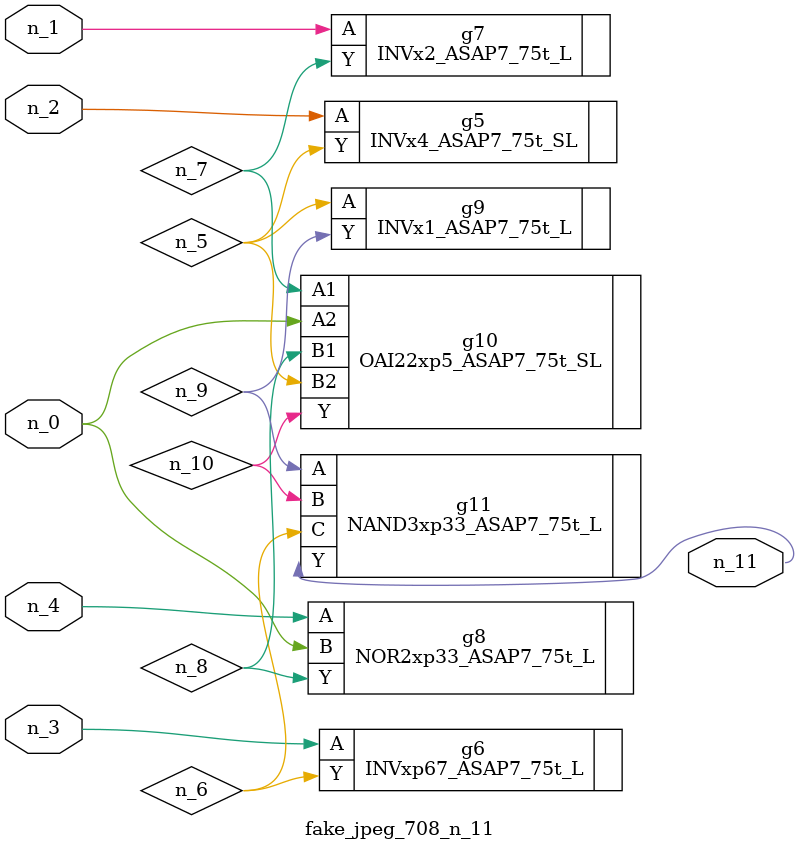
<source format=v>
module fake_jpeg_708_n_11 (n_3, n_2, n_1, n_0, n_4, n_11);

input n_3;
input n_2;
input n_1;
input n_0;
input n_4;

output n_11;

wire n_10;
wire n_8;
wire n_9;
wire n_6;
wire n_5;
wire n_7;

INVx4_ASAP7_75t_SL g5 ( 
.A(n_2),
.Y(n_5)
);

INVxp67_ASAP7_75t_L g6 ( 
.A(n_3),
.Y(n_6)
);

INVx2_ASAP7_75t_L g7 ( 
.A(n_1),
.Y(n_7)
);

NOR2xp33_ASAP7_75t_L g8 ( 
.A(n_4),
.B(n_0),
.Y(n_8)
);

INVx1_ASAP7_75t_L g9 ( 
.A(n_5),
.Y(n_9)
);

NAND3xp33_ASAP7_75t_L g11 ( 
.A(n_9),
.B(n_10),
.C(n_6),
.Y(n_11)
);

OAI22xp5_ASAP7_75t_SL g10 ( 
.A1(n_7),
.A2(n_0),
.B1(n_8),
.B2(n_5),
.Y(n_10)
);


endmodule
</source>
